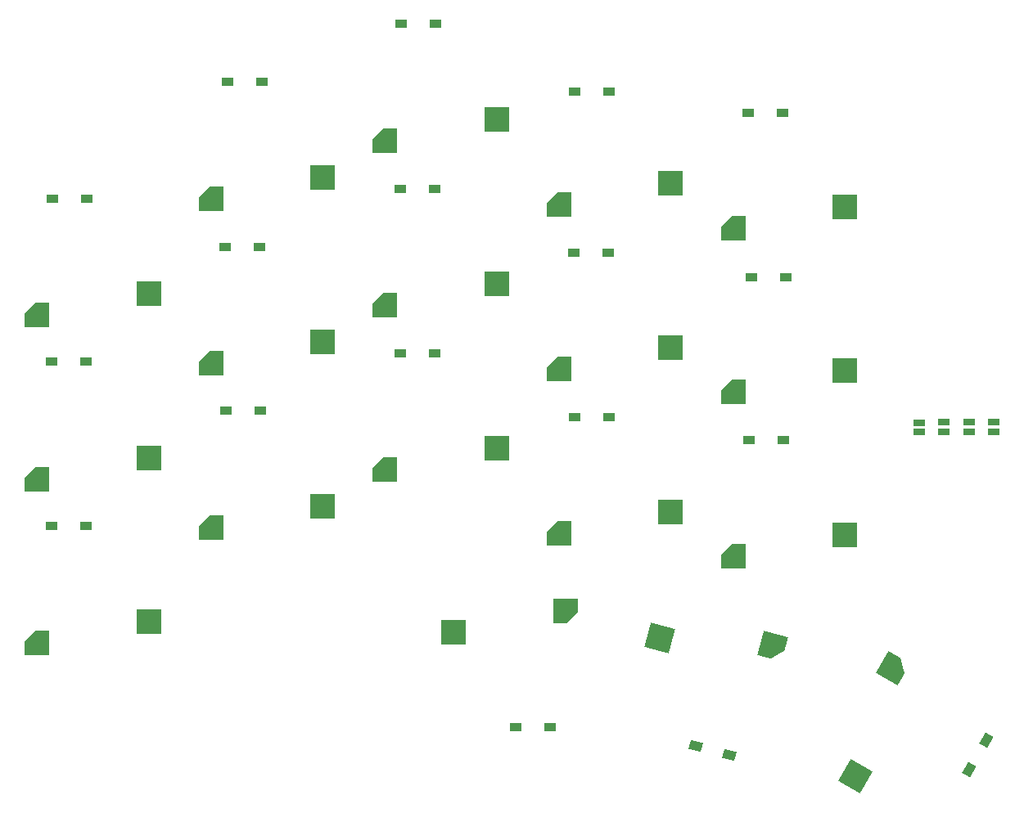
<source format=gbr>
G04 #@! TF.GenerationSoftware,KiCad,Pcbnew,(5.99.0-11177-g6c67dfa032)*
G04 #@! TF.CreationDate,2021-08-29T13:14:20+03:00*
G04 #@! TF.ProjectId,chocofi,63686f63-6f66-4692-9e6b-696361645f70,2.1*
G04 #@! TF.SameCoordinates,Original*
G04 #@! TF.FileFunction,Paste,Top*
G04 #@! TF.FilePolarity,Positive*
%FSLAX46Y46*%
G04 Gerber Fmt 4.6, Leading zero omitted, Abs format (unit mm)*
G04 Created by KiCad (PCBNEW (5.99.0-11177-g6c67dfa032)) date 2021-08-29 13:14:20*
%MOMM*%
%LPD*%
G01*
G04 APERTURE LIST*
G04 Aperture macros list*
%AMRotRect*
0 Rectangle, with rotation*
0 The origin of the aperture is its center*
0 $1 length*
0 $2 width*
0 $3 Rotation angle, in degrees counterclockwise*
0 Add horizontal line*
21,1,$1,$2,0,0,$3*%
%AMOutline5P*
0 Free polygon, 5 corners , with rotation*
0 The origin of the aperture is its center*
0 number of corners: always 8*
0 $1 to $10 corner X, Y*
0 $11 Rotation angle, in degrees counterclockwise*
0 create outline with 8 corners*
4,1,5,$1,$2,$3,$4,$5,$6,$7,$8,$9,$10,$1,$2,$11*%
%AMOutline6P*
0 Free polygon, 6 corners , with rotation*
0 The origin of the aperture is its center*
0 number of corners: always 6*
0 $1 to $12 corner X, Y*
0 $13 Rotation angle, in degrees counterclockwise*
0 create outline with 6 corners*
4,1,6,$1,$2,$3,$4,$5,$6,$7,$8,$9,$10,$11,$12,$1,$2,$13*%
%AMOutline7P*
0 Free polygon, 7 corners , with rotation*
0 The origin of the aperture is its center*
0 number of corners: always 7*
0 $1 to $14 corner X, Y*
0 $15 Rotation angle, in degrees counterclockwise*
0 create outline with 7 corners*
4,1,7,$1,$2,$3,$4,$5,$6,$7,$8,$9,$10,$11,$12,$13,$14,$1,$2,$15*%
%AMOutline8P*
0 Free polygon, 8 corners , with rotation*
0 The origin of the aperture is its center*
0 number of corners: always 8*
0 $1 to $16 corner X, Y*
0 $17 Rotation angle, in degrees counterclockwise*
0 create outline with 8 corners*
4,1,8,$1,$2,$3,$4,$5,$6,$7,$8,$9,$10,$11,$12,$13,$14,$15,$16,$1,$2,$17*%
G04 Aperture macros list end*
%ADD10R,1.300000X0.950000*%
%ADD11RotRect,1.300000X0.950000X345.000000*%
%ADD12RotRect,1.300000X0.950000X60.000000*%
%ADD13Outline5P,1.300000X1.300000X1.300000X-1.300000X-1.300000X-1.300000X-1.300000X0.130000X-0.130000X1.300000X0.000000*%
%ADD14R,2.600000X2.600000*%
%ADD15Outline5P,1.300000X1.300000X1.300000X-1.300000X-1.300000X-1.300000X-1.300000X0.130000X-0.130000X1.300000X180.000000*%
%ADD16Outline5P,1.300000X1.300000X1.300000X-1.300000X-1.300000X-1.300000X-1.300000X0.130000X-0.130000X1.300000X165.000000*%
%ADD17RotRect,2.600000X2.600000X165.000000*%
%ADD18Outline5P,1.300000X1.300000X1.300000X-1.300000X-1.300000X-1.300000X-1.300000X0.130000X-0.130000X1.300000X240.000000*%
%ADD19RotRect,2.600000X2.600000X240.000000*%
%ADD20R,1.143000X0.635000*%
G04 APERTURE END LIST*
D10*
X84229400Y-64312800D03*
X87779400Y-64312800D03*
X102314200Y-52273200D03*
X105864200Y-52273200D03*
X120297400Y-46228000D03*
X123847400Y-46228000D03*
X138229800Y-53289200D03*
X141779800Y-53289200D03*
X156213000Y-55422800D03*
X159763000Y-55422800D03*
X84127800Y-81229200D03*
X87677800Y-81229200D03*
X102111000Y-69342000D03*
X105661000Y-69342000D03*
X120195800Y-63347600D03*
X123745800Y-63347600D03*
X138179000Y-69900800D03*
X141729000Y-69900800D03*
X156517800Y-72491600D03*
X160067800Y-72491600D03*
X84127800Y-98247200D03*
X87677800Y-98247200D03*
X102212600Y-86309200D03*
X105762600Y-86309200D03*
X120195800Y-80314800D03*
X123745800Y-80314800D03*
X138280600Y-86969600D03*
X141830600Y-86969600D03*
X156314600Y-89357200D03*
X159864600Y-89357200D03*
X132184600Y-119075200D03*
X135734600Y-119075200D03*
D11*
X150799764Y-121001192D03*
X154228800Y-121920000D03*
D12*
X179070666Y-123432630D03*
X180845666Y-120358240D03*
D13*
X82635000Y-76350000D03*
D14*
X94185000Y-74150000D03*
D13*
X100635000Y-64350000D03*
D14*
X112185000Y-62150000D03*
D13*
X118635000Y-58350000D03*
D14*
X130185000Y-56150000D03*
D13*
X136635000Y-64970000D03*
D14*
X148185000Y-62770000D03*
D13*
X154635000Y-67350000D03*
D14*
X166185000Y-65150000D03*
D13*
X82635000Y-93350000D03*
D14*
X94185000Y-91150000D03*
D13*
X100635000Y-81350000D03*
D14*
X112185000Y-79150000D03*
D13*
X118635000Y-75350000D03*
D14*
X130185000Y-73150000D03*
D13*
X136635000Y-81970000D03*
D14*
X148185000Y-79770000D03*
D13*
X154635000Y-84350000D03*
D14*
X166185000Y-82150000D03*
D13*
X82635000Y-110350000D03*
D14*
X94185000Y-108150000D03*
D13*
X100635000Y-98350000D03*
D14*
X112185000Y-96150000D03*
D13*
X118635000Y-92350000D03*
D14*
X130185000Y-90150000D03*
D13*
X136635000Y-98975000D03*
D14*
X148185000Y-96775000D03*
D13*
X154635000Y-101350000D03*
D14*
X166185000Y-99150000D03*
D15*
X137285000Y-107040000D03*
D14*
X125735000Y-109240000D03*
D16*
X158763380Y-110680374D03*
D17*
X147037535Y-109816051D03*
D18*
X171144649Y-112978767D03*
D19*
X167274905Y-124081360D03*
D20*
X179070000Y-87448020D03*
X179070000Y-88448780D03*
X176470000Y-87468020D03*
X176470000Y-88468780D03*
X173930000Y-87498020D03*
X173930000Y-88498780D03*
X181640000Y-87438420D03*
X181640000Y-88439180D03*
M02*

</source>
